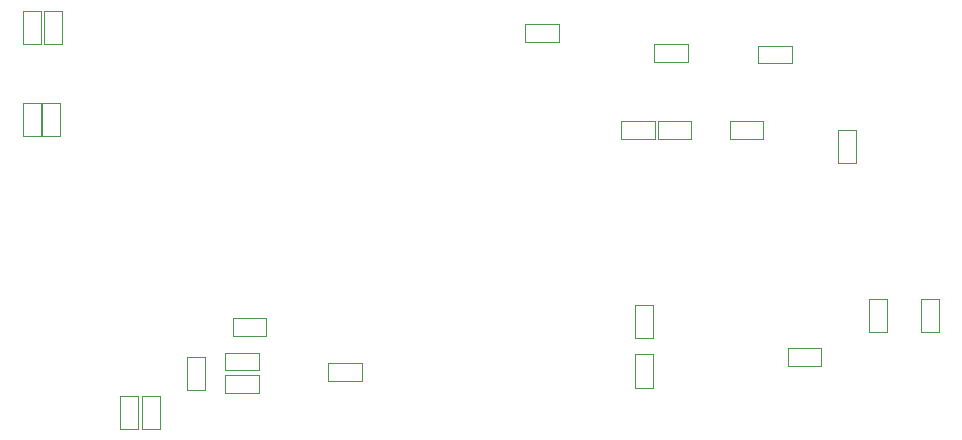
<source format=gbr>
G04 DesignSpark PCB Gerber Version 10.0 Build 5299*
G04 #@! TF.Part,Single*
G04 #@! TF.FileFunction,Other,PCB000044r1 - Documentation*
G04 #@! TF.FilePolarity,Positive*
%FSLAX35Y35*%
%MOIN*%
%ADD115C,0.00197*%
G04 #@! TD.AperFunction*
X0Y0D02*
D02*
D115*
X6746Y110388D02*
Y121608D01*
X12652D01*
Y110388D01*
X6746D01*
Y141096D02*
Y152317D01*
X12652D01*
Y141096D01*
X6746D01*
X13045Y110388D02*
Y121608D01*
X18951D01*
Y110388D01*
X13045D01*
X13833Y141096D02*
Y152317D01*
X19738D01*
Y141096D01*
X13833D01*
X39030Y12750D02*
Y23970D01*
X44935D01*
Y12750D01*
X39030D01*
X46510D02*
Y23970D01*
X52415D01*
Y12750D01*
X46510D01*
X61470Y25742D02*
Y36963D01*
X67376D01*
Y25742D01*
X61470D01*
X74167Y30762D02*
X85388D01*
Y24856D01*
X74167D01*
Y30762D01*
Y38242D02*
X85388D01*
Y32337D01*
X74167D01*
Y38242D01*
X76530Y49659D02*
X87750D01*
Y43754D01*
X76530D01*
Y49659D01*
X108419Y34699D02*
X119640D01*
Y28793D01*
X108419D01*
Y34699D01*
X185388Y141785D02*
X174167D01*
Y147691D01*
X185388D01*
Y141785D01*
X206057Y115407D02*
X217278D01*
Y109502D01*
X206057D01*
Y115407D01*
X216589Y37750D02*
Y26530D01*
X210683D01*
Y37750D01*
X216589D01*
Y54285D02*
Y43065D01*
X210683D01*
Y54285D01*
X216589D01*
X217081Y140998D02*
X228301D01*
Y135093D01*
X217081D01*
Y140998D01*
X229482Y109502D02*
X218262D01*
Y115407D01*
X229482D01*
Y109502D01*
X251726Y140604D02*
X262947D01*
Y134699D01*
X251726D01*
Y140604D01*
X253498Y109502D02*
X242278D01*
Y115407D01*
X253498D01*
Y109502D01*
X261569Y39817D02*
X272789D01*
Y33911D01*
X261569D01*
Y39817D01*
X284305Y112553D02*
Y101333D01*
X278400D01*
Y112553D01*
X284305D01*
X294541Y56254D02*
Y45033D01*
X288636D01*
Y56254D01*
X294541D01*
X311864D02*
Y45033D01*
X305959D01*
Y56254D01*
X311864D01*
X0Y0D02*
M02*

</source>
